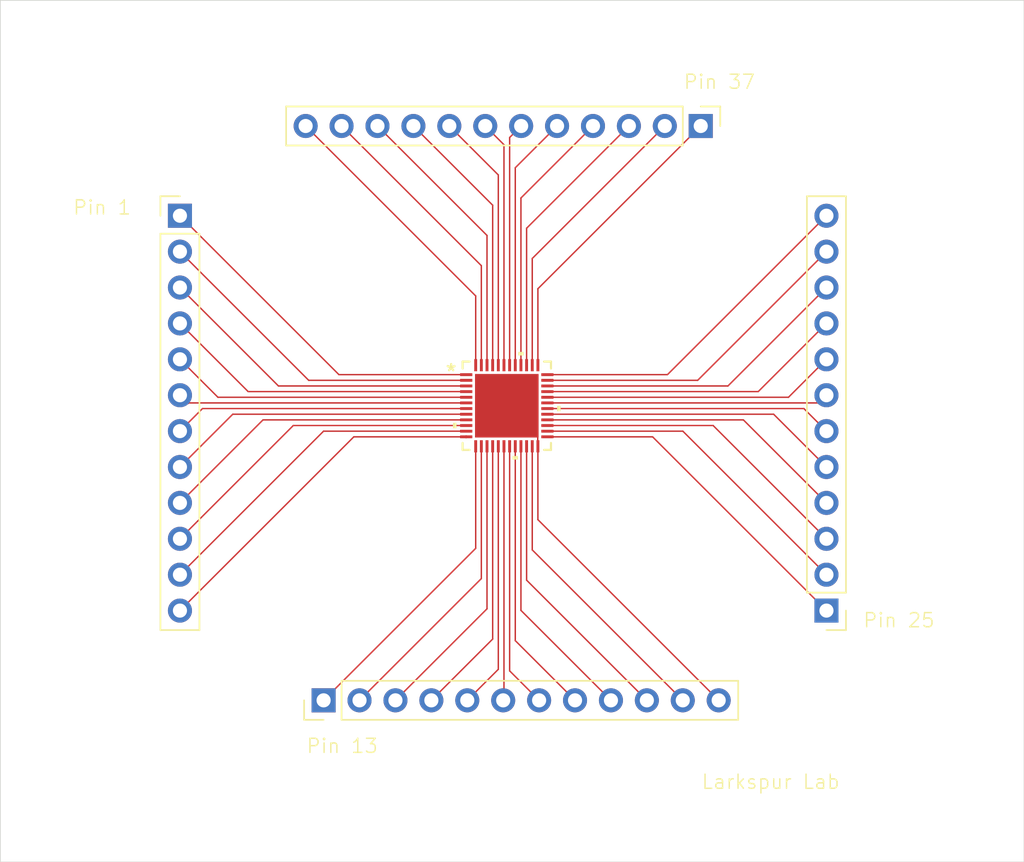
<source format=kicad_pcb>
(kicad_pcb (version 20241229) (generator "pcbnew") (generator_version "9.0")
  (layers (0 "F.Cu" signal) (2 "B.Cu" signal) (13 "F.Paste" user) (15 "B.Paste" user) (5 "F.SilkS" user "F.Silkscreen") (7 "B.SilkS" user "B.Silkscreen") (1 "F.Mask" user) (3 "B.Mask" user) (25 "Edge.Cuts" user))
  (net 0 "")
  (net 1 "Pin 12")
  (net 2 "Pin 2")
  (net 3 "Pin 3")
  (net 4 "Pin 4")
  (net 5 "Pin 9")
  (net 6 "Pin 6")
  (net 7 "Pin 11")
  (net 8 "Pin 10")
  (net 9 "Pin 5")
  (net 10 "Pin 7")
  (net 11 "Pin 1")
  (net 12 "Pin 8")
  (net 13 "Pin 17")
  (net 14 "Pin 23")
  (net 15 "Pin 18")
  (net 16 "Pin 19")
  (net 17 "Pin 14")
  (net 18 "Pin 22")
  (net 19 "Pin 16")
  (net 20 "Pin 21")
  (net 21 "Pin 15")
  (net 22 "Pin 24")
  (net 23 "Pin 13")
  (net 24 "Pin 20")
  (net 25 "Pin 34")
  (net 26 "Pin 32")
  (net 27 "Pin 28")
  (net 28 "Pin 30")
  (net 29 "Pin 26")
  (net 30 "Pin 27")
  (net 31 "Pin 35")
  (net 32 "Pin 29")
  (net 33 "Pin 31")
  (net 34 "Pin 33")
  (net 35 "Pin 36")
  (net 36 "Pin 25")
  (net 37 "Pin 41")
  (net 38 "Pin 48")
  (net 39 "Pin 39")
  (net 40 "Pin 38")
  (net 41 "Pin 45")
  (net 42 "Pin 40")
  (net 43 "Pin 44")
  (net 44 "Pin 46")
  (net 45 "Pin 43")
  (net 46 "Pin 47")
  (net 47 "Pin 42")
  (net 48 "Pin 37")
  (footprint "Connector_PinHeader_2.54mm:PinHeader_1x12_P2.54mm_Vertical" (layer "F.Cu") (at 125.73 63.5)
    (property "Reference" "J1" (hide yes))
    (property "Value" "Conn_01x12_Pin" (hide yes))
    (fp_line (start -1.38 -1.38) (end 0 -1.38) (stroke (width 0.12)) (layer "F.SilkS"))
    (fp_line (start -1.38 0) (end -1.38 -1.38) (stroke (width 0.12)) (layer "F.SilkS"))
    (fp_line (start -1.38 1.27) (end -1.38 29.32) (stroke (width 0.12)) (layer "F.SilkS"))
    (fp_line (start -1.38 1.27) (end 1.38 1.27) (stroke (width 0.12)) (layer "F.SilkS"))
    (fp_line (start -1.38 29.32) (end 1.38 29.32) (stroke (width 0.12)) (layer "F.SilkS"))
    (fp_line (start 1.38 1.27) (end 1.38 29.32) (stroke (width 0.12)) (layer "F.SilkS"))
    (pad "1" thru_hole rect (at 0 0) (size 1.7 1.7) (drill 1) (layers "*.Cu" "*.Mask") (net 11 "Pin 1"))
    (pad "2" thru_hole circle (at 0 2.54) (size 1.7 1.7) (drill 1) (layers "*.Cu" "*.Mask") (net 2 "Pin 2"))
    (pad "3" thru_hole circle (at 0 5.08) (size 1.7 1.7) (drill 1) (layers "*.Cu" "*.Mask") (net 3 "Pin 3"))
    (pad "4" thru_hole circle (at 0 7.62) (size 1.7 1.7) (drill 1) (layers "*.Cu" "*.Mask") (net 4 "Pin 4"))
    (pad "5" thru_hole circle (at 0 10.16) (size 1.7 1.7) (drill 1) (layers "*.Cu" "*.Mask") (net 9 "Pin 5"))
    (pad "6" thru_hole circle (at 0 12.7) (size 1.7 1.7) (drill 1) (layers "*.Cu" "*.Mask") (net 6 "Pin 6"))
    (pad "7" thru_hole circle (at 0 15.24) (size 1.7 1.7) (drill 1) (layers "*.Cu" "*.Mask") (net 10 "Pin 7"))
    (pad "8" thru_hole circle (at 0 17.78) (size 1.7 1.7) (drill 1) (layers "*.Cu" "*.Mask") (net 12 "Pin 8"))
    (pad "9" thru_hole circle (at 0 20.32) (size 1.7 1.7) (drill 1) (layers "*.Cu" "*.Mask") (net 5 "Pin 9"))
    (pad "10" thru_hole circle (at 0 22.86) (size 1.7 1.7) (drill 1) (layers "*.Cu" "*.Mask") (net 8 "Pin 10"))
    (pad "11" thru_hole circle (at 0 25.4) (size 1.7 1.7) (drill 1) (layers "*.Cu" "*.Mask") (net 7 "Pin 11"))
    (pad "12" thru_hole circle (at 0 27.94) (size 1.7 1.7) (drill 1) (layers "*.Cu" "*.Mask") (net 1 "Pin 12"))
  )
  (footprint "Connector_PinHeader_2.54mm:PinHeader_1x12_P2.54mm_Vertical" (layer "F.Cu") (at 162.56 57.15 -90)
    (property "Reference" "J4" (hide yes))
    (property "Value" "Conn_01x12_Pin" (hide yes))
    (fp_line (start -1.38 29.32) (end 1.38 29.32) (stroke (width 0.12)) (layer "F.SilkS"))
    (fp_line (start -1.38 1.27) (end -1.38 29.32) (stroke (width 0.12)) (layer "F.SilkS"))
    (fp_line (start -1.38 1.27) (end 1.38 1.27) (stroke (width 0.12)) (layer "F.SilkS"))
    (fp_line (start 1.38 1.27) (end 1.38 29.32) (stroke (width 0.12)) (layer "F.SilkS"))
    (fp_line (start -1.38 0) (end -1.38 -1.38) (stroke (width 0.12)) (layer "F.SilkS"))
    (fp_line (start -1.38 -1.38) (end 0 -1.38) (stroke (width 0.12)) (layer "F.SilkS"))
    (pad "1" thru_hole rect (at 0 0 270) (size 1.7 1.7) (drill 1) (layers "*.Cu" "*.Mask") (net 48 "Pin 37"))
    (pad "2" thru_hole circle (at 0 2.54 270) (size 1.7 1.7) (drill 1) (layers "*.Cu" "*.Mask") (net 40 "Pin 38"))
    (pad "3" thru_hole circle (at 0 5.08 270) (size 1.7 1.7) (drill 1) (layers "*.Cu" "*.Mask") (net 39 "Pin 39"))
    (pad "4" thru_hole circle (at 0 7.62 270) (size 1.7 1.7) (drill 1) (layers "*.Cu" "*.Mask") (net 42 "Pin 40"))
    (pad "5" thru_hole circle (at 0 10.16 270) (size 1.7 1.7) (drill 1) (layers "*.Cu" "*.Mask") (net 37 "Pin 41"))
    (pad "6" thru_hole circle (at 0 12.7 270) (size 1.7 1.7) (drill 1) (layers "*.Cu" "*.Mask") (net 47 "Pin 42"))
    (pad "7" thru_hole circle (at 0 15.24 270) (size 1.7 1.7) (drill 1) (layers "*.Cu" "*.Mask") (net 45 "Pin 43"))
    (pad "8" thru_hole circle (at 0 17.78 270) (size 1.7 1.7) (drill 1) (layers "*.Cu" "*.Mask") (net 43 "Pin 44"))
    (pad "9" thru_hole circle (at 0 20.32 270) (size 1.7 1.7) (drill 1) (layers "*.Cu" "*.Mask") (net 41 "Pin 45"))
    (pad "10" thru_hole circle (at 0 22.86 270) (size 1.7 1.7) (drill 1) (layers "*.Cu" "*.Mask") (net 44 "Pin 46"))
    (pad "11" thru_hole circle (at 0 25.4 270) (size 1.7 1.7) (drill 1) (layers "*.Cu" "*.Mask") (net 46 "Pin 47"))
    (pad "12" thru_hole circle (at 0 27.94 270) (size 1.7 1.7) (drill 1) (layers "*.Cu" "*.Mask") (net 38 "Pin 48"))
  )
  (footprint "Connector_PinHeader_2.54mm:PinHeader_1x12_P2.54mm_Vertical" (layer "F.Cu") (at 171.45 91.44 180)
    (property "Reference" "J3" (hide yes))
    (property "Value" "Conn_01x12_Pin" (hide yes))
    (fp_line (start 1.38 1.27) (end 1.38 29.32) (stroke (width 0.12)) (layer "F.SilkS"))
    (fp_line (start -1.38 29.32) (end 1.38 29.32) (stroke (width 0.12)) (layer "F.SilkS"))
    (fp_line (start -1.38 1.27) (end 1.38 1.27) (stroke (width 0.12)) (layer "F.SilkS"))
    (fp_line (start -1.38 1.27) (end -1.38 29.32) (stroke (width 0.12)) (layer "F.SilkS"))
    (fp_line (start -1.38 0) (end -1.38 -1.38) (stroke (width 0.12)) (layer "F.SilkS"))
    (fp_line (start -1.38 -1.38) (end 0 -1.38) (stroke (width 0.12)) (layer "F.SilkS"))
    (pad "1" thru_hole rect (at 0 0 180) (size 1.7 1.7) (drill 1) (layers "*.Cu" "*.Mask") (net 36 "Pin 25"))
    (pad "2" thru_hole circle (at 0 2.54 180) (size 1.7 1.7) (drill 1) (layers "*.Cu" "*.Mask") (net 29 "Pin 26"))
    (pad "3" thru_hole circle (at 0 5.08 180) (size 1.7 1.7) (drill 1) (layers "*.Cu" "*.Mask") (net 30 "Pin 27"))
    (pad "4" thru_hole circle (at 0 7.62 180) (size 1.7 1.7) (drill 1) (layers "*.Cu" "*.Mask") (net 27 "Pin 28"))
    (pad "5" thru_hole circle (at 0 10.16 180) (size 1.7 1.7) (drill 1) (layers "*.Cu" "*.Mask") (net 32 "Pin 29"))
    (pad "6" thru_hole circle (at 0 12.7 180) (size 1.7 1.7) (drill 1) (layers "*.Cu" "*.Mask") (net 28 "Pin 30"))
    (pad "7" thru_hole circle (at 0 15.24 180) (size 1.7 1.7) (drill 1) (layers "*.Cu" "*.Mask") (net 33 "Pin 31"))
    (pad "8" thru_hole circle (at 0 17.78 180) (size 1.7 1.7) (drill 1) (layers "*.Cu" "*.Mask") (net 26 "Pin 32"))
    (pad "9" thru_hole circle (at 0 20.32 180) (size 1.7 1.7) (drill 1) (layers "*.Cu" "*.Mask") (net 34 "Pin 33"))
    (pad "10" thru_hole circle (at 0 22.86 180) (size 1.7 1.7) (drill 1) (layers "*.Cu" "*.Mask") (net 25 "Pin 34"))
    (pad "11" thru_hole circle (at 0 25.4 180) (size 1.7 1.7) (drill 1) (layers "*.Cu" "*.Mask") (net 31 "Pin 35"))
    (pad "12" thru_hole circle (at 0 27.94 180) (size 1.7 1.7) (drill 1) (layers "*.Cu" "*.Mask") (net 35 "Pin 36"))
  )
  (footprint "Connector_PinHeader_2.54mm:PinHeader_1x12_P2.54mm_Vertical" (layer "F.Cu") (at 135.89 97.79 90)
    (property "Reference" "J2" (hide yes))
    (property "Value" "Conn_01x12_Pin" (hide yes))
    (fp_line (start -1.38 -1.38) (end 0 -1.38) (stroke (width 0.12)) (layer "F.SilkS"))
    (fp_line (start -1.38 0) (end -1.38 -1.38) (stroke (width 0.12)) (layer "F.SilkS"))
    (fp_line (start 1.38 1.27) (end 1.38 29.32) (stroke (width 0.12)) (layer "F.SilkS"))
    (fp_line (start -1.38 1.27) (end 1.38 1.27) (stroke (width 0.12)) (layer "F.SilkS"))
    (fp_line (start -1.38 1.27) (end -1.38 29.32) (stroke (width 0.12)) (layer "F.SilkS"))
    (fp_line (start -1.38 29.32) (end 1.38 29.32) (stroke (width 0.12)) (layer "F.SilkS"))
    (pad "1" thru_hole rect (at 0 0 90) (size 1.7 1.7) (drill 1) (layers "*.Cu" "*.Mask") (net 23 "Pin 13"))
    (pad "2" thru_hole circle (at 0 2.54 90) (size 1.7 1.7) (drill 1) (layers "*.Cu" "*.Mask") (net 17 "Pin 14"))
    (pad "3" thru_hole circle (at 0 5.08 90) (size 1.7 1.7) (drill 1) (layers "*.Cu" "*.Mask") (net 21 "Pin 15"))
    (pad "4" thru_hole circle (at 0 7.62 90) (size 1.7 1.7) (drill 1) (layers "*.Cu" "*.Mask") (net 19 "Pin 16"))
    (pad "5" thru_hole circle (at 0 10.16 90) (size 1.7 1.7) (drill 1) (layers "*.Cu" "*.Mask") (net 13 "Pin 17"))
    (pad "6" thru_hole circle (at 0 12.7 90) (size 1.7 1.7) (drill 1) (layers "*.Cu" "*.Mask") (net 15 "Pin 18"))
    (pad "7" thru_hole circle (at 0 15.24 90) (size 1.7 1.7) (drill 1) (layers "*.Cu" "*.Mask") (net 16 "Pin 19"))
    (pad "8" thru_hole circle (at 0 17.78 90) (size 1.7 1.7) (drill 1) (layers "*.Cu" "*.Mask") (net 24 "Pin 20"))
    (pad "9" thru_hole circle (at 0 20.32 90) (size 1.7 1.7) (drill 1) (layers "*.Cu" "*.Mask") (net 20 "Pin 21"))
    (pad "10" thru_hole circle (at 0 22.86 90) (size 1.7 1.7) (drill 1) (layers "*.Cu" "*.Mask") (net 18 "Pin 22"))
    (pad "11" thru_hole circle (at 0 25.4 90) (size 1.7 1.7) (drill 1) (layers "*.Cu" "*.Mask") (net 14 "Pin 23"))
    (pad "12" thru_hole circle (at 0 27.94 90) (size 1.7 1.7) (drill 1) (layers "*.Cu" "*.Mask") (net 22 "Pin 24"))
  )
  (footprint "STM32WL33CCV6:VFQFPN-48_6x6x0p9mm_STM" (layer "F.Cu") (at 148.845 76.945)
    (property "Reference" "U1" (hide yes))
    (property "Value" "STM32WL33CCV6TR" (hide yes))
    (fp_line (start -3.1242 -3.1242) (end -3.1242 -2.634341) (stroke (width 0.1524)) (layer "F.SilkS"))
    (fp_line (start -3.1242 2.634341) (end -3.1242 3.1242) (stroke (width 0.1524)) (layer "F.SilkS"))
    (fp_line (start -3.1242 3.1242) (end -2.634341 3.1242) (stroke (width 0.1524)) (layer "F.SilkS"))
    (fp_line (start -2.634341 -3.1242) (end -3.1242 -3.1242) (stroke (width 0.1524)) (layer "F.SilkS"))
    (fp_line (start 2.634341 3.1242) (end 3.1242 3.1242) (stroke (width 0.1524)) (layer "F.SilkS"))
    (fp_line (start 3.1242 -3.1242) (end 2.634341 -3.1242) (stroke (width 0.1524)) (layer "F.SilkS"))
    (fp_line (start 3.1242 -2.634341) (end 3.1242 -3.1242) (stroke (width 0.1524)) (layer "F.SilkS"))
    (fp_line (start 3.1242 3.1242) (end 3.1242 2.634341) (stroke (width 0.1524)) (layer "F.SilkS"))
    (fp_poly (pts (xy -3.81 1.2095) (xy -3.81 1.5905) (xy -3.556 1.5905) (xy -3.556 1.2095)) (fill yes) (layer "F.SilkS"))
    (fp_poly (pts (xy 0.409499 3.556) (xy 0.409499 3.81) (xy 0.790499 3.81) (xy 0.790499 3.556)) (fill yes) (layer "F.SilkS"))
    (fp_poly (pts (xy 0.809501 -3.556) (xy 0.809501 -3.81) (xy 1.190501 -3.81) (xy 1.190501 -3.556)) (fill yes) (layer "F.SilkS"))
    (fp_poly (pts (xy 3.81 0.0095) (xy 3.81 0.3905) (xy 3.556 0.3905) (xy 3.556 0.0095)) (fill yes) (layer "F.SilkS"))
    (fp_text user "*" (at -3.937 -2.4 0) (layer "F.SilkS"))
    (fp_text user "*" (at -3.937 -2.4 0) (layer "F.SilkS"))
    (pad "1" smd rect (at -2.8702 -2.200001 90) (size 0.2032 0.8636) (layers "F.Cu" "F.Mask" "F.Paste") (net 11 "Pin 1"))
    (pad "2" smd rect (at -2.8702 -1.799999 90) (size 0.2032 0.8636) (layers "F.Cu" "F.Mask" "F.Paste") (net 2 "Pin 2"))
    (pad "3" smd rect (at -2.8702 -1.4 90) (size 0.2032 0.8636) (layers "F.Cu" "F.Mask" "F.Paste") (net 3 "Pin 3"))
    (pad "4" smd rect (at -2.8702 -1.000001 90) (size 0.2032 0.8636) (layers "F.Cu" "F.Mask" "F.Paste") (net 4 "Pin 4"))
    (pad "5" smd rect (at -2.8702 -0.599999 90) (size 0.2032 0.8636) (layers "F.Cu" "F.Mask" "F.Paste") (net 9 "Pin 5"))
    (pad "6" smd rect (at -2.8702 -0.2 90) (size 0.2032 0.8636) (layers "F.Cu" "F.Mask" "F.Paste") (net 6 "Pin 6"))
    (pad "7" smd rect (at -2.8702 0.2 90) (size 0.2032 0.8636) (layers "F.Cu" "F.Mask" "F.Paste") (net 10 "Pin 7"))
    (pad "8" smd rect (at -2.8702 0.599999 90) (size 0.2032 0.8636) (layers "F.Cu" "F.Mask" "F.Paste") (net 12 "Pin 8"))
    (pad "9" smd rect (at -2.8702 1.000001 90) (size 0.2032 0.8636) (layers "F.Cu" "F.Mask" "F.Paste") (net 5 "Pin 9"))
    (pad "10" smd rect (at -2.8702 1.4 90) (size 0.2032 0.8636) (layers "F.Cu" "F.Mask" "F.Paste") (net 8 "Pin 10"))
    (pad "11" smd rect (at -2.8702 1.799999 90) (size 0.2032 0.8636) (layers "F.Cu" "F.Mask" "F.Paste") (net 7 "Pin 11"))
    (pad "12" smd rect (at -2.8702 2.200001 90) (size 0.2032 0.8636) (layers "F.Cu" "F.Mask" "F.Paste") (net 1 "Pin 12"))
    (pad "13" smd rect (at -2.200001 2.8702) (size 0.2032 0.8636) (layers "F.Cu" "F.Mask" "F.Paste") (net 23 "Pin 13"))
    (pad "14" smd rect (at -1.799999 2.8702) (size 0.2032 0.8636) (layers "F.Cu" "F.Mask" "F.Paste") (net 17 "Pin 14"))
    (pad "15" smd rect (at -1.4 2.8702) (size 0.2032 0.8636) (layers "F.Cu" "F.Mask" "F.Paste") (net 21 "Pin 15"))
    (pad "16" smd rect (at -1.000001 2.8702) (size 0.2032 0.8636) (layers "F.Cu" "F.Mask" "F.Paste") (net 19 "Pin 16"))
    (pad "17" smd rect (at -0.599999 2.8702) (size 0.2032 0.8636) (layers "F.Cu" "F.Mask" "F.Paste") (net 13 "Pin 17"))
    (pad "18" smd rect (at -0.2 2.8702) (size 0.2032 0.8636) (layers "F.Cu" "F.Mask" "F.Paste") (net 15 "Pin 18"))
    (pad "19" smd rect (at 0.2 2.8702) (size 0.2032 0.8636) (layers "F.Cu" "F.Mask" "F.Paste") (net 16 "Pin 19"))
    (pad "20" smd rect (at 0.599999 2.8702) (size 0.2032 0.8636) (layers "F.Cu" "F.Mask" "F.Paste") (net 24 "Pin 20"))
    (pad "21" smd rect (at 1.000001 2.8702) (size 0.2032 0.8636) (layers "F.Cu" "F.Mask" "F.Paste") (net 20 "Pin 21"))
    (pad "22" smd rect (at 1.4 2.8702) (size 0.2032 0.8636) (layers "F.Cu" "F.Mask" "F.Paste") (net 18 "Pin 22"))
    (pad "23" smd rect (at 1.799999 2.8702) (size 0.2032 0.8636) (layers "F.Cu" "F.Mask" "F.Paste") (net 14 "Pin 23"))
    (pad "24" smd rect (at 2.200001 2.8702) (size 0.2032 0.8636) (layers "F.Cu" "F.Mask" "F.Paste") (net 22 "Pin 24"))
    (pad "25" smd rect (at 2.8702 2.200001 90) (size 0.2032 0.8636) (layers "F.Cu" "F.Mask" "F.Paste") (net 36 "Pin 25"))
    (pad "26" smd rect (at 2.8702 1.799999 90) (size 0.2032 0.8636) (layers "F.Cu" "F.Mask" "F.Paste") (net 29 "Pin 26"))
    (pad "27" smd rect (at 2.8702 1.4 90) (size 0.2032 0.8636) (layers "F.Cu" "F.Mask" "F.Paste") (net 30 "Pin 27"))
    (pad "28" smd rect (at 2.8702 1.000001 90) (size 0.2032 0.8636) (layers "F.Cu" "F.Mask" "F.Paste") (net 27 "Pin 28"))
    (pad "29" smd rect (at 2.8702 0.599999 90) (size 0.2032 0.8636) (layers "F.Cu" "F.Mask" "F.Paste") (net 32 "Pin 29"))
    (pad "30" smd rect (at 2.8702 0.2 90) (size 0.2032 0.8636) (layers "F.Cu" "F.Mask" "F.Paste") (net 28 "Pin 30"))
    (pad "31" smd rect (at 2.8702 -0.2 90) (size 0.2032 0.8636) (layers "F.Cu" "F.Mask" "F.Paste") (net 33 "Pin 31"))
    (pad "32" smd rect (at 2.8702 -0.599999 90) (size 0.2032 0.8636) (layers "F.Cu" "F.Mask" "F.Paste") (net 26 "Pin 32"))
    (pad "33" smd rect (at 2.8702 -1.000001 90) (size 0.2032 0.8636) (layers "F.Cu" "F.Mask" "F.Paste") (net 34 "Pin 33"))
    (pad "34" smd rect (at 2.8702 -1.4 90) (size 0.2032 0.8636) (layers "F.Cu" "F.Mask" "F.Paste") (net 25 "Pin 34"))
    (pad "35" smd rect (at 2.8702 -1.799999 90) (size 0.2032 0.8636) (layers "F.Cu" "F.Mask" "F.Paste") (net 31 "Pin 35"))
    (pad "36" smd rect (at 2.8702 -2.200001 90) (size 0.2032 0.8636) (layers "F.Cu" "F.Mask" "F.Paste") (net 35 "Pin 36"))
    (pad "37" smd rect (at 2.200001 -2.8702) (size 0.2032 0.8636) (layers "F.Cu" "F.Mask" "F.Paste") (net 48 "Pin 37"))
    (pad "38" smd rect (at 1.799999 -2.8702) (size 0.2032 0.8636) (layers "F.Cu" "F.Mask" "F.Paste") (net 40 "Pin 38"))
    (pad "39" smd rect (at 1.4 -2.8702) (size 0.2032 0.8636) (layers "F.Cu" "F.Mask" "F.Paste") (net 39 "Pin 39"))
    (pad "40" smd rect (at 1.000001 -2.8702) (size 0.2032 0.8636) (layers "F.Cu" "F.Mask" "F.Paste") (net 42 "Pin 40"))
    (pad "41" smd rect (at 0.599999 -2.8702) (size 0.2032 0.8636) (layers "F.Cu" "F.Mask" "F.Paste") (net 37 "Pin 41"))
    (pad "42" smd rect (at 0.2 -2.8702) (size 0.2032 0.8636) (layers "F.Cu" "F.Mask" "F.Paste") (net 47 "Pin 42"))
    (pad "43" smd rect (at -0.2 -2.8702) (size 0.2032 0.8636) (layers "F.Cu" "F.Mask" "F.Paste") (net 45 "Pin 43"))
    (pad "44" smd rect (at -0.599999 -2.8702) (size 0.2032 0.8636) (layers "F.Cu" "F.Mask" "F.Paste") (net 43 "Pin 44"))
    (pad "45" smd rect (at -1.000001 -2.8702) (size 0.2032 0.8636) (layers "F.Cu" "F.Mask" "F.Paste") (net 41 "Pin 45"))
    (pad "46" smd rect (at -1.4 -2.8702) (size 0.2032 0.8636) (layers "F.Cu" "F.Mask" "F.Paste") (net 44 "Pin 46"))
    (pad "47" smd rect (at -1.799999 -2.8702) (size 0.2032 0.8636) (layers "F.Cu" "F.Mask" "F.Paste") (net 46 "Pin 47"))
    (pad "48" smd rect (at -2.200001 -2.8702) (size 0.2032 0.8636) (layers "F.Cu" "F.Mask" "F.Paste") (net 38 "Pin 48"))
    (pad "49" smd rect (at 0 0) (size 4.4958 4.4958) (layers "F.Cu" "F.Mask" "F.Paste") (net 22 "Pin 24"))
  )
  (gr_rect (start 113.03 48.26) (end 185.42 109.22) (stroke (width 0.05)) (fill no) (layer "Edge.Cuts"))
  (gr_text "Pin 25" (at 173.99 92.71 0) (layer "F.SilkS") (effects (font (size 1 1) (thickness 0.1)) (justify left bottom)))
  (gr_text "Pin 37" (at 161.29 54.61 0) (layer "F.SilkS") (effects (font (size 1 1) (thickness 0.1)) (justify left bottom)))
  (gr_text "Pin 13" (at 134.62 101.6 0) (layer "F.SilkS") (effects (font (size 1 1) (thickness 0.1)) (justify left bottom)))
  (gr_text "Larkspur Lab" (at 162.56 104.14 0) (layer "F.SilkS") (effects (font (size 1 1) (thickness 0.1)) (justify left bottom)))
  (gr_text "Pin 1\n" (at 118.11 63.5 0) (layer "F.SilkS") (effects (font (size 1 1) (thickness 0.1)) (justify left bottom)))
  (segment (start 138.024999 79.145001) (end 125.73 91.44) (width 0.1) (layer "F.Cu") (net 1))
  (segment (start 145.9648 79.155001) (end 145.972202 79.147599) (width 0.2) (layer "F.Cu") (net 1))
  (segment (start 145.9748 79.145001) (end 138.024999 79.145001) (width 0.1) (layer "F.Cu") (net 1))
  (segment (start 145.972202 79.147599) (end 145.9748 79.147599) (width 0.2) (layer "F.Cu") (net 1))
  (segment (start 145.9748 75.145001) (end 134.835001 75.145001) (width 0.1) (layer "F.Cu") (net 2))
  (segment (start 134.835001 75.145001) (end 125.73 66.04) (width 0.1) (layer "F.Cu") (net 2))
  (segment (start 145.9748 75.545) (end 132.695 75.545) (width 0.1) (layer "F.Cu") (net 3))
  (segment (start 132.695 75.545) (end 125.73 68.58) (width 0.1) (layer "F.Cu") (net 3))
  (segment (start 145.9748 75.944999) (end 130.554999 75.944999) (width 0.1) (layer "F.Cu") (net 4))
  (segment (start 130.554999 75.944999) (end 125.73 71.12) (width 0.1) (layer "F.Cu") (net 4))
  (segment (start 145.9748 77.945001) (end 131.604999 77.945001) (width 0.1) (layer "F.Cu") (net 5))
  (segment (start 131.604999 77.945001) (end 125.73 83.82) (width 0.1) (layer "F.Cu") (net 5))
  (segment (start 145.9748 76.745) (end 126.275 76.745) (width 0.1) (layer "F.Cu") (net 6))
  (segment (start 126.275 76.745) (end 125.73 76.2) (width 0.1) (layer "F.Cu") (net 6))
  (segment (start 125.73 76.2) (end 126.279001 76.749001) (width 0.2) (layer "F.Cu") (net 6))
  (segment (start 145.9748 78.744999) (end 135.885001 78.744999) (width 0.1) (layer "F.Cu") (net 7))
  (segment (start 135.885001 78.744999) (end 125.73 88.9) (width 0.1) (layer "F.Cu") (net 7))
  (segment (start 145.9748 78.345) (end 133.745 78.345) (width 0.1) (layer "F.Cu") (net 8))
  (segment (start 133.745 78.345) (end 125.73 86.36) (width 0.1) (layer "F.Cu") (net 8))
  (segment (start 145.9748 76.345001) (end 128.415001 76.345001) (width 0.1) (layer "F.Cu") (net 9))
  (segment (start 128.415001 76.345001) (end 125.73 73.66) (width 0.1) (layer "F.Cu") (net 9))
  (segment (start 127.325 77.145) (end 125.73 78.74) (width 0.1) (layer "F.Cu") (net 10))
  (segment (start 145.9748 77.145) (end 127.325 77.145) (width 0.1) (layer "F.Cu") (net 10))
  (segment (start 136.974999 74.744999) (end 125.73 63.5) (width 0.1) (layer "F.Cu") (net 11))
  (segment (start 145.9748 74.744999) (end 136.974999 74.744999) (width 0.1) (layer "F.Cu") (net 11))
  (segment (start 145.9748 77.544999) (end 129.465001 77.544999) (width 0.1) (layer "F.Cu") (net 12))
  (segment (start 129.465001 77.544999) (end 125.73 81.28) (width 0.1) (layer "F.Cu") (net 12))
  (segment (start 148.245001 79.8152) (end 148.245001 95.594999) (width 0.1) (layer "F.Cu") (net 13))
  (segment (start 148.245001 95.594999) (end 146.05 97.79) (width 0.1) (layer "F.Cu") (net 13))
  (segment (start 150.644999 87.144999) (end 161.29 97.79) (width 0.1) (layer "F.Cu") (net 14))
  (segment (start 150.644999 79.8152) (end 150.644999 87.144999) (width 0.1) (layer "F.Cu") (net 14))
  (segment (start 148.645 79.8152) (end 148.645 97.735) (width 0.1) (layer "F.Cu") (net 15))
  (segment (start 148.645 97.735) (end 148.59 97.79) (width 0.1) (layer "F.Cu") (net 15))
  (segment (start 149.045 95.705) (end 151.13 97.79) (width 0.1) (layer "F.Cu") (net 16))
  (segment (start 149.045 79.8152) (end 149.045 95.705) (width 0.1) (layer "F.Cu") (net 16))
  (segment (start 147.045001 89.174999) (end 138.43 97.79) (width 0.1) (layer "F.Cu") (net 17))
  (segment (start 147.045001 79.8152) (end 147.045001 89.174999) (width 0.1) (layer "F.Cu") (net 17))
  (segment (start 150.245 79.8152) (end 150.245 89.285) (width 0.1) (layer "F.Cu") (net 18))
  (segment (start 150.245 89.285) (end 158.75 97.79) (width 0.1) (layer "F.Cu") (net 18))
  (segment (start 147.844999 79.8152) (end 147.844999 93.455001) (width 0.1) (layer "F.Cu") (net 19))
  (segment (start 147.844999 93.455001) (end 143.51 97.79) (width 0.1) (layer "F.Cu") (net 19))
  (segment (start 149.845001 79.8152) (end 149.845001 91.425001) (width 0.1) (layer "F.Cu") (net 20))
  (segment (start 149.845001 91.425001) (end 156.21 97.79) (width 0.1) (layer "F.Cu") (net 20))
  (segment (start 147.445 79.8152) (end 147.445 91.315) (width 0.1) (layer "F.Cu") (net 21))
  (segment (start 147.445 91.315) (end 140.97 97.79) (width 0.1) (layer "F.Cu") (net 21))
  (segment (start 151.045001 79.8152) (end 151.0324 79.802599) (width 0.1) (layer "F.Cu") (net 22))
  (segment (start 151.0324 79.1324) (end 148.845 76.945) (width 0.1) (layer "F.Cu") (net 22))
  (segment (start 151.045001 79.8152) (end 151.045001 85.005001) (width 0.1) (layer "F.Cu") (net 22))
  (segment (start 151.045001 85.005001) (end 163.83 97.79) (width 0.1) (layer "F.Cu") (net 22))
  (segment (start 151.0324 79.802599) (end 151.0324 79.1324) (width 0.1) (layer "F.Cu") (net 22))
  (segment (start 146.644999 87.035001) (end 135.89 97.79) (width 0.1) (layer "F.Cu") (net 23))
  (segment (start 146.644999 79.8152) (end 146.644999 87.035001) (width 0.1) (layer "F.Cu") (net 23))
  (segment (start 149.444999 93.564999) (end 153.67 97.79) (width 0.1) (layer "F.Cu") (net 24))
  (segment (start 149.444999 79.8152) (end 149.444999 93.564999) (width 0.1) (layer "F.Cu") (net 24))
  (segment (start 151.7152 75.545) (end 164.485 75.545) (width 0.1) (layer "F.Cu") (net 25))
  (segment (start 164.485 75.545) (end 171.45 68.58) (width 0.1) (layer "F.Cu") (net 25))
  (segment (start 168.764999 76.345001) (end 171.45 73.66) (width 0.1) (layer "F.Cu") (net 26))
  (segment (start 151.7152 76.345001) (end 168.764999 76.345001) (width 0.1) (layer "F.Cu") (net 26))
  (segment (start 151.7152 77.945001) (end 165.575001 77.945001) (width 0.1) (layer "F.Cu") (net 27))
  (segment (start 165.575001 77.945001) (end 171.45 83.82) (width 0.1) (layer "F.Cu") (net 27))
  (segment (start 169.855 77.145) (end 171.45 78.74) (width 0.1) (layer "F.Cu") (net 28))
  (segment (start 151.7152 77.145) (end 169.855 77.145) (width 0.1) (layer "F.Cu") (net 28))
  (segment (start 151.7152 78.744999) (end 161.294999 78.744999) (width 0.1) (layer "F.Cu") (net 29))
  (segment (start 161.294999 78.744999) (end 171.45 88.9) (width 0.1) (layer "F.Cu") (net 29))
  (segment (start 151.7152 78.345) (end 163.435 78.345) (width 0.1) (layer "F.Cu") (net 30))
  (segment (start 163.435 78.345) (end 171.45 86.36) (width 0.1) (layer "F.Cu") (net 30))
  (segment (start 162.344999 75.145001) (end 171.45 66.04) (width 0.1) (layer "F.Cu") (net 31))
  (segment (start 151.7152 75.145001) (end 162.344999 75.145001) (width 0.1) (layer "F.Cu") (net 31))
  (segment (start 151.7152 77.544999) (end 167.714999 77.544999) (width 0.1) (layer "F.Cu") (net 32))
  (segment (start 167.714999 77.544999) (end 171.45 81.28) (width 0.1) (layer "F.Cu") (net 32))
  (segment (start 170.905 76.745) (end 171.45 76.2) (width 0.1) (layer "F.Cu") (net 33))
  (segment (start 151.7152 76.745) (end 170.905 76.745) (width 0.1) (layer "F.Cu") (net 33))
  (segment (start 151.7152 75.944999) (end 166.625001 75.944999) (width 0.1) (layer "F.Cu") (net 34))
  (segment (start 166.625001 75.944999) (end 171.45 71.12) (width 0.1) (layer "F.Cu") (net 34))
  (segment (start 160.205001 74.744999) (end 171.45 63.5) (width 0.1) (layer "F.Cu") (net 35))
  (segment (start 151.7152 74.744999) (end 160.205001 74.744999) (width 0.1) (layer "F.Cu") (net 35))
  (segment (start 159.155001 79.145001) (end 171.45 91.44) (width 0.1) (layer "F.Cu") (net 36))
  (segment (start 151.7152 79.145001) (end 159.155001 79.145001) (width 0.1) (layer "F.Cu") (net 36))
  (segment (start 149.444999 60.105001) (end 152.4 57.15) (width 0.1) (layer "F.Cu") (net 37))
  (segment (start 149.444999 74.0748) (end 149.444999 60.105001) (width 0.1) (layer "F.Cu") (net 37))
  (segment (start 146.644999 69.174999) (end 134.62 57.15) (width 0.1) (layer "F.Cu") (net 38))
  (segment (start 146.644999 74.0748) (end 146.644999 69.174999) (width 0.1) (layer "F.Cu") (net 38))
  (segment (start 150.245 74.0748) (end 150.245 64.385) (width 0.1) (layer "F.Cu") (net 39))
  (segment (start 150.245 64.385) (end 157.48 57.15) (width 0.1) (layer "F.Cu") (net 39))
  (segment (start 150.644999 74.0748) (end 150.644999 66.525001) (width 0.1) (layer "F.Cu") (net 40))
  (segment (start 150.644999 66.525001) (end 160.02 57.15) (width 0.1) (layer "F.Cu") (net 40))
  (segment (start 147.844999 62.754999) (end 142.24 57.15) (width 0.1) (layer "F.Cu") (net 41))
  (segment (start 147.844999 74.0748) (end 147.844999 62.754999) (width 0.1) (layer "F.Cu") (net 41))
  (segment (start 149.845001 74.0748) (end 149.845001 62.244999) (width 0.1) (layer "F.Cu") (net 42))
  (segment (start 149.845001 62.244999) (end 154.94 57.15) (width 0.1) (layer "F.Cu") (net 42))
  (segment (start 148.245001 60.615001) (end 144.78 57.15) (width 0.1) (layer "F.Cu") (net 43))
  (segment (start 148.245001 74.0748) (end 148.245001 60.615001) (width 0.1) (layer "F.Cu") (net 43))
  (segment (start 147.445 74.0748) (end 147.445 64.895) (width 0.1) (layer "F.Cu") (net 44))
  (segment (start 147.445 64.895) (end 139.7 57.15) (width 0.1) (layer "F.Cu") (net 44))
  (segment (start 148.645 74.0748) (end 148.645 58.475) (width 0.1) (layer "F.Cu") (net 45))
  (segment (start 148.645 58.475) (end 147.32 57.15) (width 0.1) (layer "F.Cu") (net 45))
  (segment (start 147.045001 74.0748) (end 147.045001 67.035001) (width 0.1) (layer "F.Cu") (net 46))
  (segment (start 147.045001 67.035001) (end 137.16 57.15) (width 0.1) (layer "F.Cu") (net 46))
  (segment (start 149.045 57.965) (end 149.86 57.15) (width 0.1) (layer "F.Cu") (net 47))
  (segment (start 149.045 74.0748) (end 149.045 57.965) (width 0.1) (layer "F.Cu") (net 47))
  (segment (start 151.045001 74.0748) (end 151.045001 68.664999) (width 0.1) (layer "F.Cu") (net 48))
  (segment (start 151.045001 68.664999) (end 162.56 57.15) (width 0.1) (layer "F.Cu") (net 48))
)
</source>
